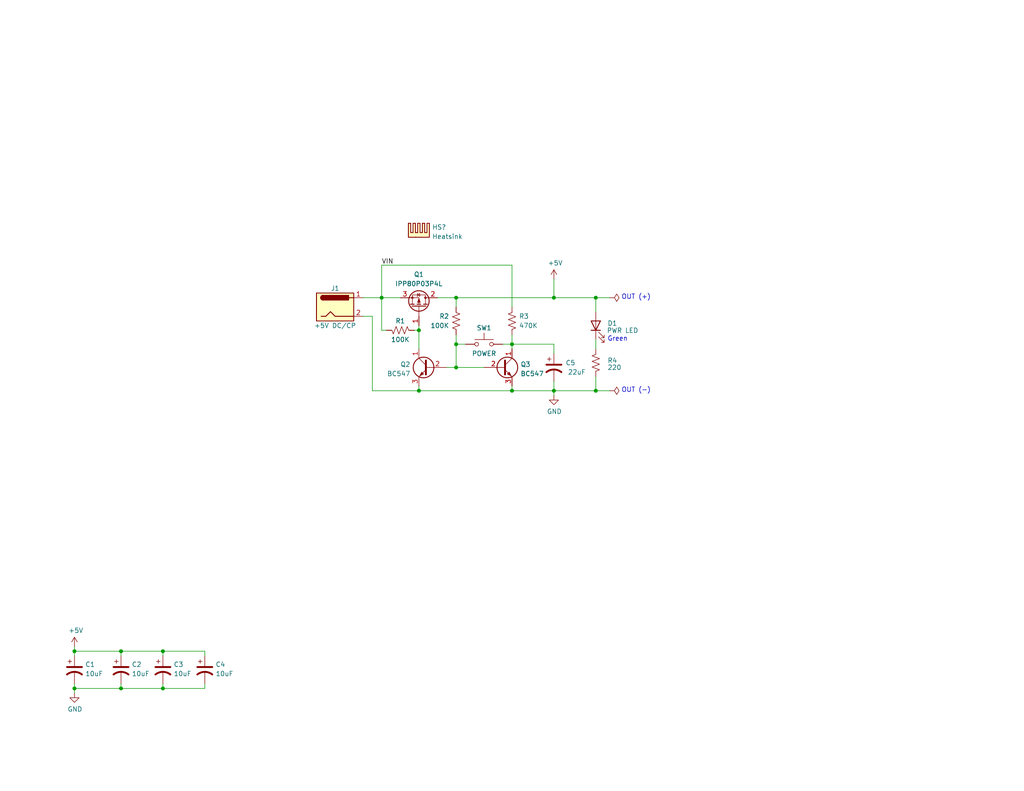
<source format=kicad_sch>
(kicad_sch (version 20211123) (generator eeschema)
  (paper "USLetter")
  (title_block (title "Soft Power") (date "2022-10-10") (rev "1") (company "Frédéric Segard"))
  (lib_symbols
    (symbol "Connector:Barrel_Jack" (pin_names (offset 1.016))
      (property "Reference" "J" (at 0 5.334 0))
      (property "Value" "Barrel_Jack" (at 0 -5.08 0))
      (symbol "Barrel_Jack_0_1"
        (rectangle (start -5.08 3.81) (end 5.08 -3.81) (stroke (width 0.254)) (fill (type background)))
        (arc (start -3.302 3.175) (mid -3.937 2.54) (end -3.302 1.905) (stroke (width 0.254)))
        (arc (start -3.302 3.175) (mid -3.937 2.54) (end -3.302 1.905) (stroke (width 0.254)) (fill (type outline)))
        (polyline (pts (xy 5.08 2.54) (xy 3.81 2.54)) (stroke (width 0.254)))
        (polyline (pts (xy -3.81 -2.54) (xy -2.54 -2.54) (xy -1.27 -1.27) (xy 0 -2.54) (xy 2.54 -2.54) (xy 5.08 -2.54)) (stroke (width 0.254)))
        (rectangle (start 3.683 3.175) (end -3.302 1.905) (stroke (width 0.254)) (fill (type outline)))
      )
      (symbol "Barrel_Jack_1_1"
        (pin passive line (at 7.62 2.54 180) (length 2.54) (name "~") (number "1"))
        (pin passive line (at 7.62 -2.54 180) (length 2.54) (name "~") (number "2"))
      )
    )
    (symbol "Device:C_Polarized_US" (pin_numbers hide) (pin_names (offset 0.254) hide)
      (property "Reference" "C" (at 0.635 2.54 0))
      (property "Value" "C_Polarized_US" (at 0.635 -2.54 0))
      (symbol "C_Polarized_US_0_1"
        (polyline (pts (xy -2.032 0.762) (xy 2.032 0.762)) (stroke (width 0.508)))
        (polyline (pts (xy -1.778 2.286) (xy -0.762 2.286)))
        (polyline (pts (xy -1.27 1.778) (xy -1.27 2.794)))
        (arc (start 2.032 -1.27) (mid 0 -0.5572) (end -2.032 -1.27) (stroke (width 0.508)))
      )
      (symbol "C_Polarized_US_1_1"
        (pin passive line (at 0 3.81 270) (length 2.794) (name "~") (number "1"))
        (pin passive line (at 0 -3.81 90) (length 3.302) (name "~") (number "2"))
      )
    )
    (symbol "Device:LED" (pin_numbers hide) (pin_names (offset 1.016) hide)
      (property "Reference" "D" (at 0 2.54 0))
      (property "Value" "LED" (at 0 -2.54 0))
      (symbol "LED_0_1"
        (polyline (pts (xy -1.27 -1.27) (xy -1.27 1.27)) (stroke (width 0.254)))
        (polyline (pts (xy -1.27 0) (xy 1.27 0)))
        (polyline (pts (xy 1.27 -1.27) (xy 1.27 1.27) (xy -1.27 0) (xy 1.27 -1.27)) (stroke (width 0.254)))
        (polyline (pts (xy -3.048 -0.762) (xy -4.572 -2.286) (xy -3.81 -2.286) (xy -4.572 -2.286) (xy -4.572 -1.524)))
        (polyline (pts (xy -1.778 -0.762) (xy -3.302 -2.286) (xy -2.54 -2.286) (xy -3.302 -2.286) (xy -3.302 -1.524)))
      )
      (symbol "LED_1_1"
        (pin passive line (at -3.81 0 0) (length 2.54) (name "K") (number "1"))
        (pin passive line (at 3.81 0 180) (length 2.54) (name "A") (number "2"))
      )
    )
    (symbol "Device:R_US" (pin_numbers hide) (pin_names (offset 0))
      (property "Reference" "R" (at 2.54 0 90))
      (property "Value" "R_US" (at -2.54 0 90))
      (symbol "R_US_0_1"
        (polyline (pts (xy 0 -2.286) (xy 0 -2.54)))
        (polyline (pts (xy 0 2.286) (xy 0 2.54)))
        (polyline (pts (xy 0 -0.762) (xy 1.016 -1.143) (xy 0 -1.524) (xy -1.016 -1.905) (xy 0 -2.286)))
        (polyline (pts (xy 0 0.762) (xy 1.016 0.381) (xy 0 0) (xy -1.016 -0.381) (xy 0 -0.762)))
        (polyline (pts (xy 0 2.286) (xy 1.016 1.905) (xy 0 1.524) (xy -1.016 1.143) (xy 0 0.762)))
      )
      (symbol "R_US_1_1"
        (pin passive line (at 0 3.81 270) (length 1.27) (name "~") (number "1"))
        (pin passive line (at 0 -3.81 90) (length 1.27) (name "~") (number "2"))
      )
    )
    (symbol "Mechanical:Heatsink" (pin_names (offset 1.016))
      (property "Reference" "HS" (at 0 5.08 0))
      (property "Value" "Heatsink" (at 0 -1.27 0))
      (symbol "Heatsink_0_1"
        (polyline (pts (xy -0.3302 1.27) (xy -0.9652 1.27) (xy -0.9652 3.81) (xy -1.6002 3.81) (xy -1.6002 1.27) (xy -2.2352 1.27) (xy -2.2352 3.81) (xy -2.8702 3.81) (xy -2.8702 0) (xy -0.9652 0)) (stroke (width 0.254)) (fill (type background)))
        (polyline (pts (xy -0.3302 1.27) (xy -0.3302 3.81) (xy 0.3048 3.81) (xy 0.3048 1.27) (xy 0.9398 1.27) (xy 0.9398 3.81) (xy 1.5748 3.81) (xy 1.5748 1.27) (xy 2.2098 1.27) (xy 2.2098 3.81) (xy 2.8448 3.81) (xy 2.8448 0) (xy -0.9652 0)) (stroke (width 0.254)) (fill (type background)))
      )
    )
    (symbol "Switch:SW_Push" (pin_numbers hide) (pin_names (offset 1.016) hide)
      (property "Reference" "SW" (at 1.27 2.54 0))
      (property "Value" "SW_Push" (at 0 -1.524 0))
      (symbol "SW_Push_0_1"
        (circle (center -2.032 0) (radius 0.508))
        (polyline (pts (xy 0 1.27) (xy 0 3.048)))
        (polyline (pts (xy 2.54 1.27) (xy -2.54 1.27)))
        (circle (center 2.032 0) (radius 0.508))
        (pin passive line (at -5.08 0 0) (length 2.54) (name "1") (number "1"))
        (pin passive line (at 5.08 0 180) (length 2.54) (name "2") (number "2"))
      )
    )
    (symbol "Transistor_BJT:BC547" (pin_names (offset 0) hide)
      (property "Reference" "Q" (at 5.08 1.905 0))
      (property "Value" "BC547" (at 5.08 0 0))
      (symbol "BC547_0_1"
        (polyline (pts (xy 0 0) (xy 0.635 0)))
        (polyline (pts (xy 0.635 0.635) (xy 2.54 2.54)))
        (polyline (pts (xy 0.635 -0.635) (xy 2.54 -2.54) (xy 2.54 -2.54)))
        (polyline (pts (xy 0.635 1.905) (xy 0.635 -1.905) (xy 0.635 -1.905)) (stroke (width 0.508)))
        (polyline (pts (xy 1.27 -1.778) (xy 1.778 -1.27) (xy 2.286 -2.286) (xy 1.27 -1.778) (xy 1.27 -1.778)) (fill (type outline)))
        (circle (center 1.27 0) (radius 2.8194) (stroke (width 0.254)))
      )
      (symbol "BC547_1_1"
        (pin passive line (at 2.54 5.08 270) (length 2.54) (name "C") (number "1"))
        (pin input line (at -5.08 0 0) (length 5.08) (name "B") (number "2"))
        (pin passive line (at 2.54 -5.08 90) (length 2.54) (name "E") (number "3"))
      )
    )
    (symbol "Transistor_FET:IRF9540N" (pin_names hide)
      (property "Reference" "Q" (at 5.08 1.905 0))
      (property "Value" "IRF9540N" (at 5.08 0 0))
      (symbol "IRF9540N_0_1"
        (polyline (pts (xy 0.254 0) (xy -2.54 0)))
        (polyline (pts (xy 0.254 1.905) (xy 0.254 -1.905)) (stroke (width 0.254)))
        (polyline (pts (xy 0.762 -1.27) (xy 0.762 -2.286)) (stroke (width 0.254)))
        (polyline (pts (xy 0.762 0.508) (xy 0.762 -0.508)) (stroke (width 0.254)))
        (polyline (pts (xy 0.762 2.286) (xy 0.762 1.27)) (stroke (width 0.254)))
        (polyline (pts (xy 2.54 2.54) (xy 2.54 1.778)))
        (polyline (pts (xy 2.54 -2.54) (xy 2.54 0) (xy 0.762 0)))
        (polyline (pts (xy 0.762 1.778) (xy 3.302 1.778) (xy 3.302 -1.778) (xy 0.762 -1.778)))
        (polyline (pts (xy 2.286 0) (xy 1.27 0.381) (xy 1.27 -0.381) (xy 2.286 0)) (fill (type outline)))
        (polyline (pts (xy 2.794 -0.508) (xy 2.921 -0.381) (xy 3.683 -0.381) (xy 3.81 -0.254)))
        (polyline (pts (xy 3.302 -0.381) (xy 2.921 0.254) (xy 3.683 0.254) (xy 3.302 -0.381)))
        (circle (center 1.651 0) (radius 2.794) (stroke (width 0.254)))
        (circle (center 2.54 -1.778) (radius 0.254) (fill (type outline)))
        (circle (center 2.54 1.778) (radius 0.254) (fill (type outline)))
      )
      (symbol "IRF9540N_1_1"
        (pin input line (at -5.08 0 0) (length 2.54) (name "G") (number "1"))
        (pin passive line (at 2.54 5.08 270) (length 2.54) (name "D") (number "2"))
        (pin passive line (at 2.54 -5.08 90) (length 2.54) (name "S") (number "3"))
      )
    )
    (symbol "power:+5V" (power) (pin_names (offset 0))
      (property "Value" "+5V" (at 0 3.556 0))
      (symbol "+5V_0_1"
        (polyline (pts (xy -0.762 1.27) (xy 0 2.54)))
        (polyline (pts (xy 0 0) (xy 0 2.54)))
        (polyline (pts (xy 0 2.54) (xy 0.762 1.27)))
      )
      (symbol "+5V_1_1"
        (pin power_in line (at 0 0 90) (length 0) hide (name "+5V") (number "1"))
      )
    )
    (symbol "power:GND" (power) (pin_names (offset 0))
      (property "Value" "GND" (at 0 -3.81 0))
      (symbol "GND_0_1"
        (polyline (pts (xy 0 0) (xy 0 -1.27) (xy 1.27 -1.27) (xy 0 -2.54) (xy -1.27 -1.27) (xy 0 -1.27)))
      )
      (symbol "GND_1_1"
        (pin power_in line (at 0 0 270) (length 0) hide (name "GND") (number "1"))
      )
    )
    (symbol "power:PWR_FLAG" (power) (pin_numbers hide) (pin_names (offset 0) hide)
      (property "Value" "PWR_FLAG" (at 0 3.81 0))
      (symbol "PWR_FLAG_0_0"
        (pin power_out line (at 0 0 90) (length 0) (name "pwr") (number "1"))
      )
      (symbol "PWR_FLAG_0_1"
        (polyline (pts (xy 0 0) (xy 0 1.27) (xy -1.016 1.905) (xy 0 2.54) (xy 1.016 1.905) (xy 0 1.27)))
      )
    )
  )
  (junction (at 44.45 177.8))
  (junction (at 114.3 90.17))
  (junction (at 151.13 106.68))
  (junction (at 114.3 106.68))
  (junction (at 20.32 187.96))
  (junction (at 44.45 187.96))
  (junction (at 20.32 177.8))
  (junction (at 162.56 106.68))
  (junction (at 139.7 106.68))
  (junction (at 124.46 93.98))
  (junction (at 104.14 81.28))
  (junction (at 151.13 81.28))
  (junction (at 124.46 100.33))
  (junction (at 124.46 81.28))
  (junction (at 162.56 81.28))
  (junction (at 33.02 187.96))
  (junction (at 139.7 93.98))
  (junction (at 33.02 177.8))
  (wire (pts (xy 33.02 187.96) (xy 44.45 187.96)))
  (wire (pts (xy 162.56 81.28) (xy 151.13 81.28)))
  (wire (pts (xy 99.06 81.28) (xy 104.14 81.28)))
  (wire (pts (xy 55.88 186.69) (xy 55.88 187.96)))
  (wire (pts (xy 44.45 186.69) (xy 44.45 187.96)))
  (wire (pts (xy 104.14 81.28) (xy 109.22 81.28)))
  (wire (pts (xy 139.7 72.39) (xy 139.7 83.82)))
  (wire (pts (xy 139.7 106.68) (xy 151.13 106.68)))
  (wire (pts (xy 20.32 187.96) (xy 33.02 187.96)))
  (wire (pts (xy 151.13 76.2) (xy 151.13 81.28)))
  (wire (pts (xy 104.14 72.39) (xy 104.14 81.28)))
  (wire (pts (xy 166.37 106.68) (xy 162.56 106.68)))
  (wire (pts (xy 124.46 91.44) (xy 124.46 93.98)))
  (wire (pts (xy 139.7 93.98) (xy 139.7 95.25)))
  (wire (pts (xy 151.13 104.14) (xy 151.13 106.68)))
  (wire (pts (xy 139.7 91.44) (xy 139.7 93.98)))
  (wire (pts (xy 20.32 177.8) (xy 33.02 177.8)))
  (wire (pts (xy 114.3 90.17) (xy 114.3 95.25)))
  (wire (pts (xy 151.13 93.98) (xy 151.13 96.52)))
  (wire (pts (xy 33.02 186.69) (xy 33.02 187.96)))
  (wire (pts (xy 33.02 177.8) (xy 33.02 179.07)))
  (wire (pts (xy 162.56 92.71) (xy 162.56 95.25)))
  (wire (pts (xy 139.7 105.41) (xy 139.7 106.68)))
  (wire (pts (xy 114.3 105.41) (xy 114.3 106.68)))
  (wire (pts (xy 121.92 100.33) (xy 124.46 100.33)))
  (wire (pts (xy 20.32 176.53) (xy 20.32 177.8)))
  (wire (pts (xy 151.13 93.98) (xy 139.7 93.98)))
  (wire (pts (xy 20.32 177.8) (xy 20.32 179.07)))
  (wire (pts (xy 44.45 187.96) (xy 55.88 187.96)))
  (wire (pts (xy 166.37 81.28) (xy 162.56 81.28)))
  (wire (pts (xy 104.14 90.17) (xy 104.14 81.28)))
  (wire (pts (xy 162.56 106.68) (xy 151.13 106.68)))
  (wire (pts (xy 127 93.98) (xy 124.46 93.98)))
  (wire (pts (xy 20.32 186.69) (xy 20.32 187.96)))
  (wire (pts (xy 33.02 177.8) (xy 44.45 177.8)))
  (wire (pts (xy 119.38 81.28) (xy 124.46 81.28)))
  (wire (pts (xy 124.46 81.28) (xy 151.13 81.28)))
  (wire (pts (xy 99.06 86.36) (xy 101.6 86.36)))
  (wire (pts (xy 20.32 187.96) (xy 20.32 189.23)))
  (wire (pts (xy 101.6 106.68) (xy 114.3 106.68)))
  (wire (pts (xy 114.3 106.68) (xy 139.7 106.68)))
  (wire (pts (xy 114.3 88.9) (xy 114.3 90.17)))
  (wire (pts (xy 151.13 106.68) (xy 151.13 107.95)))
  (wire (pts (xy 44.45 177.8) (xy 44.45 179.07)))
  (wire (pts (xy 44.45 177.8) (xy 55.88 177.8)))
  (wire (pts (xy 124.46 81.28) (xy 124.46 83.82)))
  (wire (pts (xy 137.16 93.98) (xy 139.7 93.98)))
  (wire (pts (xy 139.7 72.39) (xy 104.14 72.39)))
  (wire (pts (xy 162.56 102.87) (xy 162.56 106.68)))
  (wire (pts (xy 105.41 90.17) (xy 104.14 90.17)))
  (wire (pts (xy 124.46 100.33) (xy 132.08 100.33)))
  (wire (pts (xy 124.46 93.98) (xy 124.46 100.33)))
  (wire (pts (xy 101.6 86.36) (xy 101.6 106.68)))
  (wire (pts (xy 55.88 177.8) (xy 55.88 179.07)))
  (wire (pts (xy 162.56 81.28) (xy 162.56 85.09)))
  (wire (pts (xy 113.03 90.17) (xy 114.3 90.17)))
  (text "Green" (at 165.735 93.345 0) (effects (font (size 1.27 1.27)) (justify left bottom)))
  (text "OUT (+)" (at 169.545 81.915 0) (effects (font (size 1.27 1.27)) (justify left bottom)))
  (text "OUT (-)" (at 169.545 107.315 0) (effects (font (size 1.27 1.27)) (justify left bottom)))
  (label "VIN" (at 104.14 72.39 0))
  (symbol (lib_id "Connector:Barrel_Jack") (at 91.44 83.82 0) (unit 1)
    (property "Reference" "J1" (at 91.44 78.74 0))
    (property "Value" "+5V DC/CP" (at 91.44 88.9 0))
    (property "Footprint" "Connector_BarrelJack:BarrelJack_Horizontal" (effects hide))
  )
  (symbol (lib_id "Device:C_Polarized_US") (at 151.13 100.33 0) (unit 1)
    (property "Reference" "C5" (at 154.305 99.06 0) (effects (justify left)))
    (property "Value" "22uF" (at 154.94 101.6 0) (effects (justify left)))
    (property "Footprint" "Capacitor_THT:CP_Radial_D6.3mm_P2.50mm" (effects hide))
  )
  (symbol (lib_id "Transistor_BJT:BC547") (at 137.16 100.33 0) (unit 1)
    (property "Reference" "Q3" (at 142.0114 99.4953 0) (effects (justify left)))
    (property "Value" "BC547" (at 142.0114 102.0322 0) (effects (justify left)))
    (property "Footprint" "Package_TO_SOT_THT:TO-92_Inline" (effects hide))
    (property "Datasheet" "https://www.onsemi.com/pub/Collateral/BC550-D.pdf" (effects hide))
  )
  (symbol (lib_id "Device:C_Polarized_US") (at 44.45 182.88 0) (unit 1)
    (property "Reference" "C3" (at 47.371 181.4103 0) (effects (justify left)))
    (property "Value" "10uF" (at 47.371 183.9472 0) (effects (justify left)))
    (property "Footprint" "Capacitor_THT:CP_Radial_D6.3mm_P2.50mm" (effects hide))
  )
  (symbol (lib_id "power:GND") (at 151.13 107.95 0) (unit 1)
    (property "Reference" "#PWR04" (effects hide))
    (property "Value" "GND" (at 151.257 112.3442 0))
  )
  (symbol (lib_id "power:PWR_FLAG") (at 166.37 81.28 270) (unit 1)
    (property "Reference" "#FLG01" (effects hide))
    (property "Value" "PWR_FLAG" (effects hide))
  )
  (symbol (lib_id "power:+5V") (at 151.13 76.2 0) (unit 1)
    (property "Reference" "#PWR03" (effects hide))
    (property "Value" "+5V" (at 151.511 71.8058 0))
  )
  (symbol (lib_id "Device:R_US") (at 124.46 87.63 180) (unit 1)
    (property "Reference" "R2" (at 122.555 86.36 0) (effects (justify left)))
    (property "Value" "100K" (at 122.555 88.9 0) (effects (justify left)))
    (property "Footprint" "Resistor_THT:R_Axial_DIN0207_L6.3mm_D2.5mm_P10.16mm_Horizontal" (effects hide))
  )
  (symbol (lib_id "power:PWR_FLAG") (at 166.37 106.68 270) (unit 1)
    (property "Reference" "#FLG02" (effects hide))
    (property "Value" "PWR_FLAG" (effects hide))
  )
  (symbol (lib_id "Transistor_FET:IRF9540N") (at 114.3 83.82 270) (mirror x) (unit 1)
    (property "Reference" "Q1" (at 114.3 74.93 90))
    (property "Value" "IPP80P03P4L" (at 114.3 77.47 90))
    (property "Footprint" "Package_TO_SOT_THT:TO-220-3_Vertical" (effects hide))
    (property "Datasheet" "http://www.irf.com/product-info/datasheets/data/irf9540n.pdf" (effects hide))
  )
  (symbol (lib_id "power:+5V") (at 20.32 176.53 0) (unit 1)
    (property "Reference" "#PWR01" (effects hide))
    (property "Value" "+5V" (at 20.701 172.1358 0))
  )
  (symbol (lib_id "Device:R_US") (at 162.56 99.06 0) (mirror x) (unit 1)
    (property "Reference" "R4" (at 165.735 98.425 0) (effects (justify left)))
    (property "Value" "220" (at 165.735 100.33 0) (effects (justify left)))
    (property "Footprint" "Resistor_THT:R_Axial_DIN0207_L6.3mm_D2.5mm_P10.16mm_Horizontal" (effects hide))
  )
  (symbol (lib_id "power:GND") (at 20.32 189.23 0) (unit 1)
    (property "Reference" "#PWR02" (effects hide))
    (property "Value" "GND" (at 20.447 193.6242 0))
  )
  (symbol (lib_id "Mechanical:Heatsink") (at 114.3 64.77 0) (unit 1)
    (property "Reference" "HS?" (at 117.9068 62.0303 0) (effects (justify left)))
    (property "Value" "Heatsink" (at 117.9068 64.5672 0) (effects (justify left)))
  )
  (symbol (lib_id "Device:C_Polarized_US") (at 55.88 182.88 0) (unit 1)
    (property "Reference" "C4" (at 58.801 181.4103 0) (effects (justify left)))
    (property "Value" "10uF" (at 58.801 183.9472 0) (effects (justify left)))
    (property "Footprint" "Capacitor_THT:CP_Radial_D6.3mm_P2.50mm" (effects hide))
  )
  (symbol (lib_id "Device:LED") (at 162.56 88.9 90) (unit 1)
    (property "Reference" "D1" (at 165.735 88.265 90) (effects (justify right)))
    (property "Value" "PWR LED" (at 165.5572 90.2208 90) (effects (justify right)))
    (property "Footprint" "LED_THT:LED_D3.0mm" (effects hide))
  )
  (symbol (lib_id "Device:C_Polarized_US") (at 33.02 182.88 0) (unit 1)
    (property "Reference" "C2" (at 35.941 181.4103 0) (effects (justify left)))
    (property "Value" "10uF" (at 35.941 183.9472 0) (effects (justify left)))
    (property "Footprint" "Capacitor_THT:CP_Radial_D6.3mm_P2.50mm" (effects hide))
  )
  (symbol (lib_id "Transistor_BJT:BC547") (at 116.84 100.33 0) (mirror y) (unit 1)
    (property "Reference" "Q2" (at 111.9886 99.4953 0) (effects (justify left)))
    (property "Value" "BC547" (at 111.9886 102.0322 0) (effects (justify left)))
    (property "Footprint" "Package_TO_SOT_THT:TO-92_Inline" (effects hide))
    (property "Datasheet" "https://www.onsemi.com/pub/Collateral/BC550-D.pdf" (effects hide))
  )
  (symbol (lib_id "Device:R_US") (at 139.7 87.63 0) (mirror x) (unit 1)
    (property "Reference" "R3" (at 141.605 86.36 0) (effects (justify left)))
    (property "Value" "470K" (at 141.605 88.9 0) (effects (justify left)))
    (property "Footprint" "Resistor_THT:R_Axial_DIN0207_L6.3mm_D2.5mm_P10.16mm_Horizontal" (effects hide))
  )
  (symbol (lib_id "Device:C_Polarized_US") (at 20.32 182.88 0) (unit 1)
    (property "Reference" "C1" (at 23.241 181.4103 0) (effects (justify left)))
    (property "Value" "10uF" (at 23.241 183.9472 0) (effects (justify left)))
    (property "Footprint" "Capacitor_THT:CP_Radial_D6.3mm_P2.50mm" (effects hide))
  )
  (symbol (lib_id "Switch:SW_Push") (at 132.08 93.98 0) (mirror y) (unit 1)
    (property "Reference" "SW1" (at 132.08 89.535 0))
    (property "Value" "POWER" (at 132.08 96.52 0))
    (property "Footprint" "Button_Switch_THT:SW_PUSH_6mm" (effects hide))
  )
  (symbol (lib_id "Device:R_US") (at 109.22 90.17 270) (mirror x) (unit 1)
    (property "Reference" "R1" (at 109.22 87.63 90))
    (property "Value" "100K" (at 109.22 92.71 90))
    (property "Footprint" "Resistor_THT:R_Axial_DIN0207_L6.3mm_D2.5mm_P10.16mm_Horizontal" (effects hide))
  )
)
</source>
